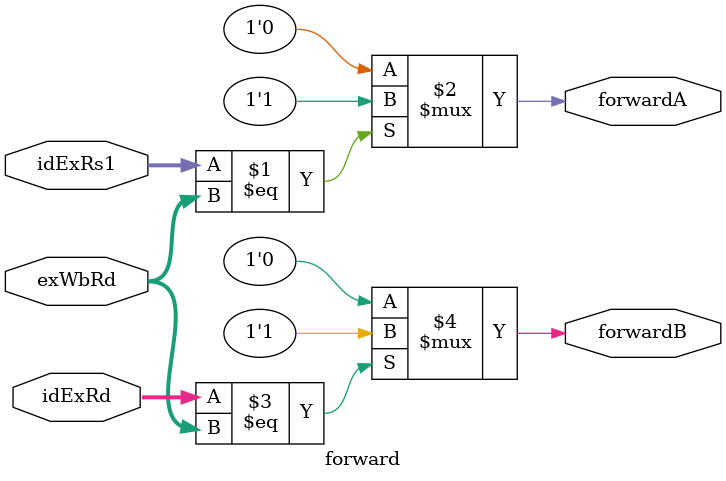
<source format=v>
module forward (
   idExRs1,
   idExRd,
   exWbRd,
   forwardA,
   forwardB
);
    input wire [2:0] idExRs1,idExRd,exWbRd;
    output forwardA,forwardB;

    assign forwardA = (idExRs1 == exWbRd) ? 1'b1 : 1'b0;
    assign forwardB = (idExRd == exWbRd) ? 1'b1 : 1'b0;
endmodule
</source>
